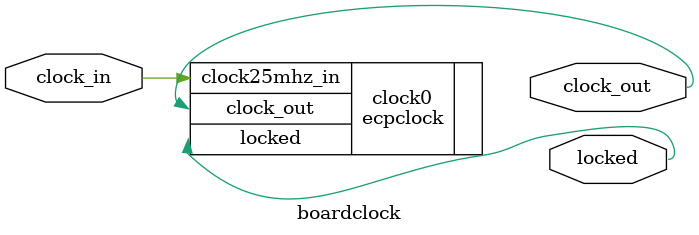
<source format=v>
`include "../../common/ecpclock/ecpclock.v"

localparam MAIN_CLOCK_FREQ = 25_000_000;

module boardclock
		#(
		parameter speed = 25
		)
		(
		input  clock_in,
		output clock_out,
		output locked
		);
		
	ecpclock #(.speed(speed)) clock0 (.clock25mhz_in(clock_in), .clock_out(clock_out), .locked(locked));

endmodule


</source>
